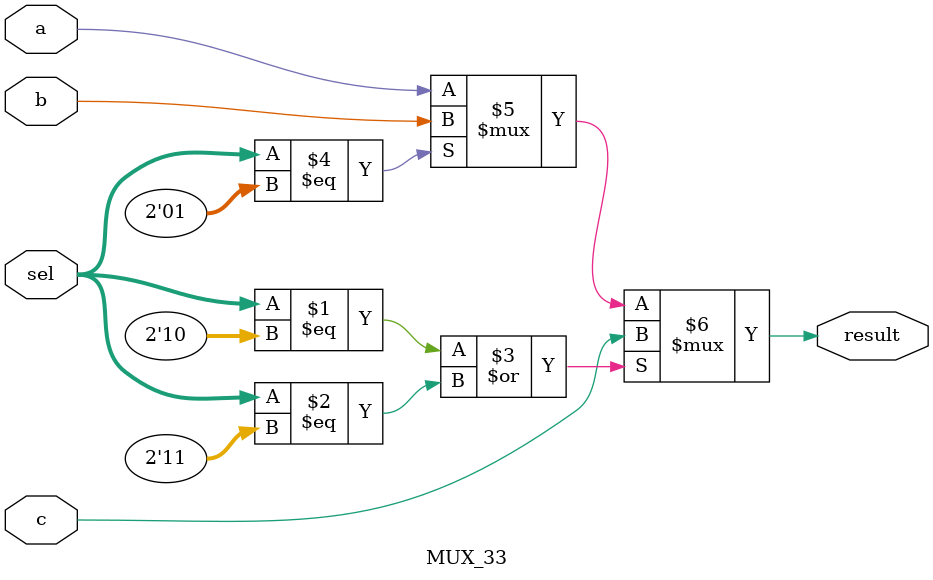
<source format=v>
`timescale 1ns / 1ps

//basic MUX
module MUX(
	input a,
	input b,
	input sel,
	output result
	);
	
	assign result = (sel)? b : a;
endmodule


//4bit MUX
module MUX_4(
	input [4:0] a,
	input [4:0] b,
	input sel,
	output [4:0] result
	);
	
	assign result = (sel)? b : a;
endmodule

//MUX 3to1
module MUX_3(				///////////////////new module
	input a,
	input b,
	input c,
	input [1:0] sel,
	output result
);
	assign result = (sel == 2'b10) ? c :
						 (sel == 2'b01) ? b : a; 
endmodule

//other Logic Mux 3to1
module MUX_33(				///////////////////new module
	input a,
	input b,
	input c,
	input [1:0] sel,
	output result
);
	assign result = (sel == 2'b10|sel == 2'b11) ? c :
						 (sel == 2'b01) ? b : a; 
endmodule 
</source>
